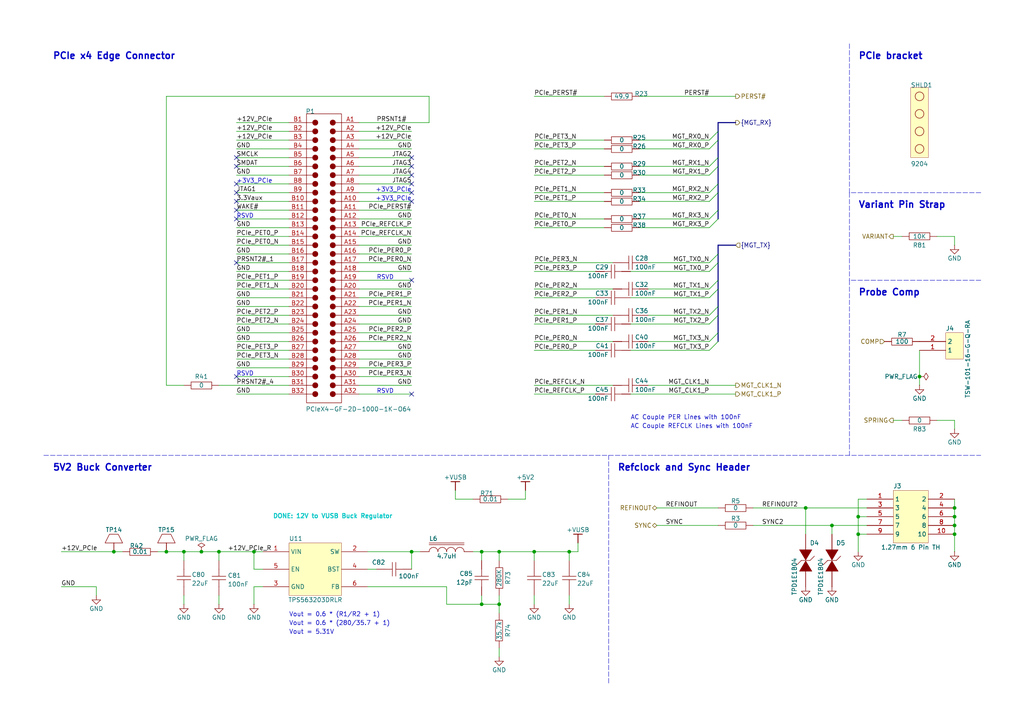
<source format=kicad_sch>
(kicad_sch (version 20250114) (generator "eeschema") (generator_version "9.0")
  (paper "A4")
  (title_block (title "ThunderScope") (rev "5") (company "EEVengers") (comment 1 "Aleksa Bjelogrlic"))
  (text "RSVD" (at 68.58 63.5 0) (effects (font (size 1.27 1.27)) (justify left bottom)))
  (text "Vout = 5.31V" (at 83.82 184.15 0) (effects (font (size 1.27 1.27)) (justify left bottom)))
  (text "RSVD" (at 109.22 114.3 0) (effects (font (size 1.27 1.27)) (justify left bottom)))
  (text "Vout = 0.6 * (R1/R2 + 1)" (at 83.82 179.07 0) (effects (font (size 1.27 1.27)) (justify left bottom)))
  (text "DONE: 12V to VUSB Buck Regulator" (at 96.52 149.86 0) (effects (font (size 1.27 1.27) (thickness 0.254) (bold yes))))
  (text "+3V3_PCIe" (at 68.58 53.34 0) (effects (font (size 1.27 1.27)) (justify left bottom)))
  (text "+3V3_PCIe" (at 119.38 58.42 0) (effects (font (size 1.27 1.27)) (justify right bottom)))
  (text "PCIe bracket" (at 248.92 15.24 0) (effects (font (size 1.905 1.905) (thickness 0.381) (bold yes)) (justify left top)))
  (text "AC Couple PER Lines with 100nF" (at 182.88 121.92 0) (effects (font (size 1.27 1.27)) (justify left bottom)))
  (text "RSVD" (at 68.58 109.22 0) (effects (font (size 1.27 1.27)) (justify left bottom)))
  (text "Variant Pin Strap" (at 248.92 58.42 0) (effects (font (size 1.905 1.905) (thickness 0.381) (bold yes)) (justify left top)))
  (text "Vout = 0.6 * (280/35.7 + 1)" (at 83.82 181.61 0) (effects (font (size 1.27 1.27)) (justify left bottom)))
  (text "Refclock and Sync Header" (at 179.07 134.62 0) (effects (font (size 1.905 1.905) (thickness 0.381) (bold yes)) (justify left top)))
  (text "PCIe x4 Edge Connector" (at 15.24 15.24 0) (effects (font (size 1.905 1.905) (thickness 0.381) (bold yes)) (justify left top)))
  (text "RSVD" (at 109.22 81.28 0) (effects (font (size 1.27 1.27)) (justify left bottom)))
  (text "5V2 Buck Converter" (at 15.24 134.62 0) (effects (font (size 1.905 1.905) (thickness 0.381) (bold yes)) (justify left top)))
  (text "AC Couple REFCLK Lines with 100nF" (at 182.88 124.46 0) (effects (font (size 1.27 1.27)) (justify left bottom)))
  (text "Probe Comp" (at 248.92 83.82 0) (effects (font (size 1.905 1.905) (thickness 0.381) (bold yes)) (justify left top)))
  (text "+3V3_PCIe" (at 119.38 55.88 0) (effects (font (size 1.27 1.27)) (justify right bottom)))
  (junction (at 139.7 160.02))
  (junction (at 144.78 175.26))
  (junction (at 233.68 147.32))
  (junction (at 48.26 160.02))
  (junction (at 276.86 149.86))
  (junction (at 33.02 160.02))
  (junction (at 139.7 175.26))
  (junction (at 144.78 160.02))
  (junction (at 276.86 154.94))
  (junction (at 73.66 160.02))
  (junction (at 276.86 147.32))
  (junction (at 276.86 152.4))
  (junction (at 241.3 152.4))
  (junction (at 266.7 109.22))
  (junction (at 165.1 160.02))
  (junction (at 248.92 154.94))
  (junction (at 63.5 160.02))
  (junction (at 154.94 160.02))
  (junction (at 53.34 160.02))
  (junction (at 58.42 160.02))
  (junction (at 119.38 160.02))
  (junction (at 248.92 149.86))
  (no_connect (at 119.38 114.3))
  (no_connect (at 68.58 48.26))
  (no_connect (at 68.58 53.34))
  (no_connect (at 119.38 45.72))
  (no_connect (at 68.58 76.2))
  (no_connect (at 68.58 58.42))
  (no_connect (at 68.58 45.72))
  (no_connect (at 119.38 58.42))
  (no_connect (at 119.38 53.34))
  (no_connect (at 68.58 60.96))
  (no_connect (at 119.38 55.88))
  (no_connect (at 68.58 55.88))
  (no_connect (at 119.38 48.26))
  (no_connect (at 68.58 63.5))
  (no_connect (at 119.38 50.8))
  (no_connect (at 119.38 81.28))
  (no_connect (at 68.58 109.22))
  (bus_entry (at 205.74 86.36) (size 2.54 -2.54))
  (bus_entry (at 205.74 78.74) (size 2.54 -2.54))
  (bus_entry (at 205.74 63.5) (size 2.54 -2.54))
  (bus_entry (at 205.74 93.98) (size 2.54 -2.54))
  (bus_entry (at 205.74 50.8) (size 2.54 -2.54))
  (bus_entry (at 205.74 43.18) (size 2.54 -2.54))
  (bus_entry (at 205.74 99.06) (size 2.54 -2.54))
  (bus_entry (at 205.74 91.44) (size 2.54 -2.54))
  (bus_entry (at 205.74 48.26) (size 2.54 -2.54))
  (bus_entry (at 205.74 76.2) (size 2.54 -2.54))
  (bus_entry (at 205.74 55.88) (size 2.54 -2.54))
  (bus_entry (at 205.74 66.04) (size 2.54 -2.54))
  (bus_entry (at 205.74 83.82) (size 2.54 -2.54))
  (bus_entry (at 205.74 58.42) (size 2.54 -2.54))
  (bus_entry (at 205.74 101.6) (size 2.54 -2.54))
  (bus_entry (at 205.74 40.64) (size 2.54 -2.54))
  (wire (pts (xy 68.58 99.06) (xy 83.82 99.06)))
  (wire (pts (xy 205.74 63.5) (xy 185.42 63.5)))
  (wire (pts (xy 248.92 160.02) (xy 248.92 154.94)))
  (wire (pts (xy 205.74 40.64) (xy 185.42 40.64)))
  (wire (pts (xy 68.58 76.2) (xy 83.82 76.2)))
  (wire (pts (xy 152.4 144.78) (xy 152.4 142.24)))
  (wire (pts (xy 68.58 66.04) (xy 83.82 66.04)))
  (bus (pts (xy 208.28 40.64) (xy 208.28 45.72)))
  (wire (pts (xy 68.58 63.5) (xy 83.82 63.5)))
  (wire (pts (xy 132.08 144.78) (xy 137.16 144.78)))
  (polyline (pts (xy 284.48 55.88) (xy 246.38 55.88)) (stroke (width 0.127) (type dash)))
  (wire (pts (xy 172.72 114.3) (xy 154.94 114.3)))
  (wire (pts (xy 205.74 50.8) (xy 185.42 50.8)))
  (wire (pts (xy 182.88 114.3) (xy 213.36 114.3)))
  (wire (pts (xy 104.14 55.88) (xy 119.38 55.88)))
  (wire (pts (xy 104.14 76.2) (xy 119.38 76.2)))
  (wire (pts (xy 205.74 78.74) (xy 182.88 78.74)))
  (wire (pts (xy 177.8 111.76) (xy 154.94 111.76)))
  (wire (pts (xy 190.5 152.4) (xy 208.28 152.4)))
  (wire (pts (xy 68.58 50.8) (xy 83.82 50.8)))
  (wire (pts (xy 175.26 63.5) (xy 154.94 63.5)))
  (wire (pts (xy 53.34 160.02) (xy 58.42 160.02)))
  (wire (pts (xy 175.26 50.8) (xy 154.94 50.8)))
  (wire (pts (xy 104.14 96.52) (xy 119.38 96.52)))
  (polyline (pts (xy 284.48 81.28) (xy 246.38 81.28)) (stroke (width 0.127) (type dash)))
  (wire (pts (xy 205.74 48.26) (xy 185.42 48.26)))
  (wire (pts (xy 104.14 91.44) (xy 119.38 91.44)))
  (wire (pts (xy 68.58 93.98) (xy 83.82 93.98)))
  (wire (pts (xy 27.94 172.72) (xy 27.94 170.18)))
  (wire (pts (xy 165.1 172.72) (xy 165.1 175.26)))
  (wire (pts (xy 104.14 68.58) (xy 119.38 68.58)))
  (bus (pts (xy 208.28 53.34) (xy 208.28 55.88)))
  (wire (pts (xy 205.74 43.18) (xy 185.42 43.18)))
  (wire (pts (xy 205.74 99.06) (xy 187.96 99.06)))
  (wire (pts (xy 17.78 160.02) (xy 33.02 160.02)))
  (wire (pts (xy 129.54 170.18) (xy 129.54 175.26)))
  (wire (pts (xy 241.3 152.4) (xy 241.3 154.94)))
  (wire (pts (xy 276.86 152.4) (xy 276.86 154.94)))
  (wire (pts (xy 68.58 43.18) (xy 83.82 43.18)))
  (wire (pts (xy 104.14 104.14) (xy 119.38 104.14)))
  (wire (pts (xy 106.68 160.02) (xy 119.38 160.02)))
  (wire (pts (xy 139.7 172.72) (xy 139.7 175.26)))
  (wire (pts (xy 139.7 160.02) (xy 144.78 160.02)))
  (wire (pts (xy 68.58 35.56) (xy 83.82 35.56)))
  (bus (pts (xy 208.28 48.26) (xy 208.28 53.34)))
  (wire (pts (xy 27.94 170.18) (xy 17.78 170.18)))
  (wire (pts (xy 73.66 160.02) (xy 76.2 160.02)))
  (wire (pts (xy 104.14 101.6) (xy 119.38 101.6)))
  (wire (pts (xy 104.14 114.3) (xy 119.38 114.3)))
  (wire (pts (xy 248.92 149.86) (xy 248.92 154.94)))
  (wire (pts (xy 73.66 160.02) (xy 73.66 165.1)))
  (wire (pts (xy 154.94 83.82) (xy 177.8 83.82)))
  (wire (pts (xy 139.7 160.02) (xy 139.7 162.56)))
  (wire (pts (xy 154.94 76.2) (xy 177.8 76.2)))
  (bus (pts (xy 208.28 38.1) (xy 208.28 40.64)))
  (wire (pts (xy 73.66 170.18) (xy 73.66 175.26)))
  (wire (pts (xy 175.26 48.26) (xy 154.94 48.26)))
  (wire (pts (xy 205.74 76.2) (xy 187.96 76.2)))
  (bus (pts (xy 208.28 71.12) (xy 213.36 71.12)))
  (wire (pts (xy 276.86 147.32) (xy 276.86 149.86)))
  (wire (pts (xy 104.14 40.64) (xy 119.38 40.64)))
  (wire (pts (xy 106.68 170.18) (xy 129.54 170.18)))
  (wire (pts (xy 248.92 144.78) (xy 248.92 149.86)))
  (wire (pts (xy 205.74 91.44) (xy 187.96 91.44)))
  (wire (pts (xy 58.42 160.02) (xy 63.5 160.02)))
  (wire (pts (xy 154.94 160.02) (xy 165.1 160.02)))
  (wire (pts (xy 104.14 93.98) (xy 119.38 93.98)))
  (wire (pts (xy 48.26 160.02) (xy 53.34 160.02)))
  (wire (pts (xy 104.14 43.18) (xy 119.38 43.18)))
  (wire (pts (xy 63.5 160.02) (xy 73.66 160.02)))
  (polyline (pts (xy 176.53 198.12) (xy 176.53 132.08)) (stroke (width 0.127) (type dash)))
  (wire (pts (xy 175.26 58.42) (xy 154.94 58.42)))
  (wire (pts (xy 154.94 99.06) (xy 177.8 99.06)))
  (wire (pts (xy 175.26 66.04) (xy 154.94 66.04)))
  (wire (pts (xy 68.58 71.12) (xy 83.82 71.12)))
  (wire (pts (xy 154.94 91.44) (xy 177.8 91.44)))
  (wire (pts (xy 104.14 109.22) (xy 119.38 109.22)))
  (wire (pts (xy 76.2 170.18) (xy 73.66 170.18)))
  (wire (pts (xy 266.7 101.6) (xy 266.7 109.22)))
  (wire (pts (xy 144.78 175.26) (xy 144.78 177.8)))
  (wire (pts (xy 165.1 160.02) (xy 167.64 160.02)))
  (wire (pts (xy 205.74 55.88) (xy 185.42 55.88)))
  (wire (pts (xy 33.02 160.02) (xy 35.56 160.02)))
  (wire (pts (xy 68.58 60.96) (xy 83.82 60.96)))
  (wire (pts (xy 144.78 187.96) (xy 144.78 190.5)))
  (wire (pts (xy 154.94 160.02) (xy 154.94 162.56)))
  (wire (pts (xy 137.16 160.02) (xy 139.7 160.02)))
  (wire (pts (xy 48.26 111.76) (xy 48.26 27.94)))
  (wire (pts (xy 68.58 86.36) (xy 83.82 86.36)))
  (wire (pts (xy 205.74 83.82) (xy 187.96 83.82)))
  (wire (pts (xy 104.14 66.04) (xy 119.38 66.04)))
  (wire (pts (xy 132.08 142.24) (xy 132.08 144.78)))
  (wire (pts (xy 104.14 48.26) (xy 119.38 48.26)))
  (wire (pts (xy 129.54 175.26) (xy 139.7 175.26)))
  (wire (pts (xy 68.58 73.66) (xy 83.82 73.66)))
  (bus (pts (xy 208.28 35.56) (xy 213.36 35.56)))
  (wire (pts (xy 68.58 106.68) (xy 83.82 106.68)))
  (wire (pts (xy 104.14 50.8) (xy 119.38 50.8)))
  (wire (pts (xy 68.58 109.22) (xy 83.82 109.22)))
  (wire (pts (xy 248.92 154.94) (xy 251.46 154.94)))
  (wire (pts (xy 205.74 66.04) (xy 185.42 66.04)))
  (wire (pts (xy 124.46 35.56) (xy 104.14 35.56)))
  (wire (pts (xy 233.68 147.32) (xy 251.46 147.32)))
  (wire (pts (xy 119.38 160.02) (xy 119.38 165.1)))
  (wire (pts (xy 68.58 48.26) (xy 83.82 48.26)))
  (wire (pts (xy 104.14 45.72) (xy 119.38 45.72)))
  (wire (pts (xy 251.46 149.86) (xy 248.92 149.86)))
  (wire (pts (xy 205.74 93.98) (xy 182.88 93.98)))
  (wire (pts (xy 104.14 58.42) (xy 119.38 58.42)))
  (wire (pts (xy 259.08 68.58) (xy 261.62 68.58)))
  (wire (pts (xy 104.14 63.5) (xy 119.38 63.5)))
  (wire (pts (xy 205.74 86.36) (xy 182.88 86.36)))
  (wire (pts (xy 63.5 160.02) (xy 63.5 162.56)))
  (wire (pts (xy 205.74 58.42) (xy 185.42 58.42)))
  (wire (pts (xy 205.74 101.6) (xy 182.88 101.6)))
  (wire (pts (xy 271.78 121.92) (xy 276.86 121.92)))
  (wire (pts (xy 45.72 160.02) (xy 48.26 160.02)))
  (wire (pts (xy 259.08 121.92) (xy 261.62 121.92)))
  (wire (pts (xy 119.38 160.02) (xy 121.92 160.02)))
  (wire (pts (xy 68.58 58.42) (xy 83.82 58.42)))
  (wire (pts (xy 104.14 106.68) (xy 119.38 106.68)))
  (wire (pts (xy 68.58 96.52) (xy 83.82 96.52)))
  (wire (pts (xy 53.34 111.76) (xy 48.26 111.76)))
  (wire (pts (xy 154.94 93.98) (xy 172.72 93.98)))
  (wire (pts (xy 144.78 160.02) (xy 154.94 160.02)))
  (wire (pts (xy 104.14 111.76) (xy 119.38 111.76)))
  (wire (pts (xy 154.94 86.36) (xy 172.72 86.36)))
  (wire (pts (xy 104.14 81.28) (xy 119.38 81.28)))
  (bus (pts (xy 208.28 45.72) (xy 208.28 48.26)))
  (wire (pts (xy 68.58 53.34) (xy 83.82 53.34)))
  (wire (pts (xy 106.68 165.1) (xy 109.22 165.1)))
  (wire (pts (xy 218.44 147.32) (xy 233.68 147.32)))
  (wire (pts (xy 76.2 165.1) (xy 73.66 165.1)))
  (wire (pts (xy 218.44 152.4) (xy 241.3 152.4)))
  (wire (pts (xy 276.86 144.78) (xy 276.86 147.32)))
  (wire (pts (xy 68.58 83.82) (xy 83.82 83.82)))
  (wire (pts (xy 104.14 83.82) (xy 119.38 83.82)))
  (wire (pts (xy 68.58 101.6) (xy 83.82 101.6)))
  (wire (pts (xy 104.14 86.36) (xy 119.38 86.36)))
  (wire (pts (xy 53.34 160.02) (xy 53.34 162.56)))
  (bus (pts (xy 208.28 76.2) (xy 208.28 81.28)))
  (wire (pts (xy 104.14 88.9) (xy 119.38 88.9)))
  (wire (pts (xy 175.26 43.18) (xy 154.94 43.18)))
  (wire (pts (xy 276.86 154.94) (xy 276.86 160.02)))
  (wire (pts (xy 251.46 144.78) (xy 248.92 144.78)))
  (wire (pts (xy 154.94 101.6) (xy 172.72 101.6)))
  (bus (pts (xy 208.28 55.88) (xy 208.28 60.96)))
  (wire (pts (xy 63.5 172.72) (xy 63.5 175.26)))
  (wire (pts (xy 276.86 149.86) (xy 276.86 152.4)))
  (wire (pts (xy 104.14 73.66) (xy 119.38 73.66)))
  (wire (pts (xy 165.1 160.02) (xy 165.1 162.56)))
  (wire (pts (xy 68.58 78.74) (xy 83.82 78.74)))
  (wire (pts (xy 104.14 53.34) (xy 119.38 53.34)))
  (wire (pts (xy 175.26 55.88) (xy 154.94 55.88)))
  (bus (pts (xy 208.28 91.44) (xy 208.28 96.52)))
  (wire (pts (xy 68.58 45.72) (xy 83.82 45.72)))
  (bus (pts (xy 208.28 35.56) (xy 208.28 38.1)))
  (wire (pts (xy 175.26 40.64) (xy 154.94 40.64)))
  (wire (pts (xy 68.58 40.64) (xy 83.82 40.64)))
  (wire (pts (xy 213.36 27.94) (xy 185.42 27.94)))
  (wire (pts (xy 124.46 27.94) (xy 124.46 35.56)))
  (bus (pts (xy 208.28 60.96) (xy 208.28 63.5)))
  (wire (pts (xy 139.7 175.26) (xy 144.78 175.26)))
  (wire (pts (xy 68.58 114.3) (xy 83.82 114.3)))
  (wire (pts (xy 144.78 172.72) (xy 144.78 175.26)))
  (wire (pts (xy 144.78 160.02) (xy 144.78 162.56)))
  (polyline (pts (xy 246.38 81.28) (xy 246.38 132.08)) (stroke (width 0.127) (type dash)))
  (wire (pts (xy 233.68 154.94) (xy 233.68 147.32)))
  (wire (pts (xy 147.32 144.78) (xy 152.4 144.78)))
  (bus (pts (xy 208.28 88.9) (xy 208.28 91.44)))
  (bus (pts (xy 208.28 71.12) (xy 208.28 73.66)))
  (wire (pts (xy 68.58 81.28) (xy 83.82 81.28)))
  (wire (pts (xy 104.14 78.74) (xy 119.38 78.74)))
  (wire (pts (xy 167.64 157.48) (xy 167.64 160.02)))
  (wire (pts (xy 48.26 27.94) (xy 124.46 27.94)))
  (polyline (pts (xy 12.7 132.08) (xy 284.48 132.08)) (stroke (width 0.127) (type dash)))
  (wire (pts (xy 175.26 27.94) (xy 154.94 27.94)))
  (wire (pts (xy 63.5 111.76) (xy 83.82 111.76)))
  (wire (pts (xy 154.94 172.72) (xy 154.94 175.26)))
  (wire (pts (xy 104.14 99.06) (xy 119.38 99.06)))
  (wire (pts (xy 104.14 60.96) (xy 119.38 60.96)))
  (wire (pts (xy 68.58 55.88) (xy 83.82 55.88)))
  (wire (pts (xy 271.78 68.58) (xy 276.86 68.58)))
  (wire (pts (xy 266.7 111.76) (xy 266.7 109.22)))
  (bus (pts (xy 208.28 96.52) (xy 208.28 99.06)))
  (wire (pts (xy 68.58 38.1) (xy 83.82 38.1)))
  (wire (pts (xy 68.58 88.9) (xy 83.82 88.9)))
  (bus (pts (xy 208.28 81.28) (xy 208.28 83.82)))
  (wire (pts (xy 68.58 104.14) (xy 83.82 104.14)))
  (polyline (pts (xy 246.38 12.7) (xy 246.38 55.88)) (stroke (width 0.127) (type dash)))
  (wire (pts (xy 104.14 71.12) (xy 119.38 71.12)))
  (wire (pts (xy 187.96 111.76) (xy 213.36 111.76)))
  (wire (pts (xy 53.34 172.72) (xy 53.34 175.26)))
  (bus (pts (xy 208.28 83.82) (xy 208.28 88.9)))
  (wire (pts (xy 241.3 152.4) (xy 251.46 152.4)))
  (bus (pts (xy 208.28 73.66) (xy 208.28 76.2)))
  (wire (pts (xy 190.5 147.32) (xy 208.28 147.32)))
  (polyline (pts (xy 246.38 55.88) (xy 246.38 81.28)) (stroke (width 0.127) (type dash)))
  (wire (pts (xy 104.14 38.1) (xy 119.38 38.1)))
  (wire (pts (xy 154.94 78.74) (xy 172.72 78.74)))
  (wire (pts (xy 68.58 68.58) (xy 83.82 68.58)))
  (wire (pts (xy 68.58 91.44) (xy 83.82 91.44)))
  (wire (pts (xy 276.86 121.92) (xy 276.86 124.46)))
  (wire (pts (xy 276.86 68.58) (xy 276.86 71.12)))
  (label "GND" (at 68.58 96.52 0))
  (label "GND" (at 68.58 99.06 0))
  (label "MGT_TX1_N" (at 205.74 83.82 180))
  (label "3.3Vaux" (at 68.58 58.42 0))
  (label "PCIe_PET3_P" (at 68.58 101.6 0))
  (label "PCIe_PER3_N" (at 119.38 109.22 180))
  (label "REFINOUT" (at 193.04 147.32 0))
  (label "+12V_PCIe" (at 17.78 160.02 0))
  (label "PRSNT2#_1" (at 68.58 76.2 0))
  (label "MGT_RX1_P" (at 205.74 50.8 180))
  (label "GND" (at 119.38 104.14 180))
  (label "WAKE#" (at 68.58 60.96 0))
  (label "REFINOUT2" (at 220.98 147.32 0))
  (label "SYNC2" (at 220.98 152.4 0))
  (label "GND" (at 119.38 71.12 180))
  (label "MGT_TX3_P" (at 205.74 101.6 180))
  (label "GND" (at 119.38 101.6 180))
  (label "PCIe_PET2_P" (at 154.94 50.8 0))
  (label "GND" (at 68.58 86.36 0))
  (label "PCIe_PER2_P" (at 154.94 86.36 0))
  (label "MGT_RX0_P" (at 205.74 43.18 180))
  (label "PCIe_PET3_P" (at 154.94 43.18 0))
  (label "MGT_TX0_N" (at 205.74 76.2 180))
  (label "GND" (at 68.58 78.74 0))
  (label "PCIe_PET0_N" (at 68.58 71.12 0))
  (label "GND" (at 68.58 73.66 0))
  (label "+12V_PCIe" (at 119.38 40.64 180))
  (label "PCIe_PER2_N" (at 154.94 83.82 0))
  (label "PCIe_PET1_P" (at 154.94 58.42 0))
  (label "MGT_CLK1_N" (at 205.74 111.76 180))
  (label "MGT_TX2_P" (at 205.74 93.98 180))
  (label "GND" (at 68.58 66.04 0))
  (label "PCIe_PER3_P" (at 154.94 78.74 0))
  (label "GND" (at 68.58 50.8 0))
  (label "MGT_RX1_N" (at 205.74 48.26 180))
  (label "SMDAT" (at 68.58 48.26 0))
  (label "PCIe_PER2_P" (at 119.38 96.52 180))
  (label "MGT_TX2_N" (at 205.74 91.44 180))
  (label "GND" (at 17.78 170.18 0))
  (label "PCIe_PET2_N" (at 68.58 93.98 0))
  (label "PCIe_PET0_P" (at 154.94 66.04 0))
  (label "GND" (at 119.38 78.74 180))
  (label "PCIe_PER1_N" (at 154.94 91.44 0))
  (label "MGT_RX3_N" (at 205.74 63.5 180))
  (label "PCIe_PER1_P" (at 154.94 93.98 0))
  (label "GND" (at 68.58 43.18 0))
  (label "MGT_RX0_N" (at 205.74 40.64 180))
  (label "PCIe_PER0_P" (at 119.38 73.66 180))
  (label "PCIe_PET0_N" (at 154.94 63.5 0))
  (label "MGT_CLK1_P" (at 205.74 114.3 180))
  (label "PCIe_PER1_N" (at 119.38 88.9 180))
  (label "+12V_PCIe" (at 68.58 35.56 0))
  (label "PCIe_PER2_N" (at 119.38 99.06 180))
  (label "PCIe_PER0_N" (at 154.94 99.06 0))
  (label "PCIe_PET0_P" (at 68.58 68.58 0))
  (label "PCIe_PET3_N" (at 154.94 40.64 0))
  (label "GND" (at 119.38 93.98 180))
  (label "PCIe_REFCLK_N" (at 154.94 111.76 0))
  (label "PCIe_PER0_N" (at 119.38 76.2 180))
  (label "PCIe_PET1_N" (at 68.58 83.82 0))
  (label "GND" (at 119.38 83.82 180))
  (label "PCIe_PERST#" (at 154.94 27.94 0))
  (label "PCIe_PET3_N" (at 68.58 104.14 0))
  (label "JTAG3" (at 119.38 48.26 180))
  (label "SYNC" (at 193.04 152.4 0))
  (label "MGT_TX1_P" (at 205.74 86.36 180))
  (label "JTAG5" (at 119.38 53.34 180))
  (label "PCIe_PET2_N" (at 154.94 48.26 0))
  (label "+12V_PCIe" (at 68.58 38.1 0))
  (label "PCIe_PET2_P" (at 68.58 91.44 0))
  (label "SMCLK" (at 68.58 45.72 0))
  (label "GND" (at 119.38 63.5 180))
  (label "PCIe_PET1_N" (at 154.94 55.88 0))
  (label "PCIe_PER1_P" (at 119.38 86.36 180))
  (label "PCIe_REFCLK_N" (at 119.38 68.58 180))
  (label "MGT_RX3_P" (at 205.74 66.04 180))
  (label "+12V_PCIe" (at 119.38 38.1 180))
  (label "GND" (at 68.58 106.68 0))
  (label "+12V_PCIe_R" (at 66.04 160.02 0))
  (label "PCIe_REFCLK_P" (at 154.94 114.3 0))
  (label "JTAG4" (at 119.38 50.8 180))
  (label "PCIe_PER3_N" (at 154.94 76.2 0))
  (label "PERST#" (at 205.74 27.94 180))
  (label "GND" (at 119.38 111.76 180))
  (label "JTAG2" (at 119.38 45.72 180))
  (label "PRSNT1#" (at 109.22 35.56 0))
  (label "PCIe_PERST#" (at 119.38 60.96 180))
  (label "PCIe_PET1_P" (at 68.58 81.28 0))
  (label "GND" (at 119.38 91.44 180))
  (label "PCIe_PER3_P" (at 119.38 106.68 180))
  (label "+12V_PCIe" (at 68.58 40.64 0))
  (label "JTAG1" (at 68.58 55.88 0))
  (label "GND" (at 68.58 114.3 0))
  (label "MGT_TX0_P" (at 205.74 78.74 180))
  (label "PCIe_PER0_P" (at 154.94 101.6 0))
  (label "PCIe_REFCLK_P" (at 119.38 66.04 180))
  (label "MGT_RX2_P" (at 205.74 58.42 180))
  (label "GND" (at 119.38 43.18 180))
  (label "MGT_RX2_N" (at 205.74 55.88 180))
  (label "GND" (at 68.58 88.9 0))
  (label "MGT_TX3_N" (at 205.74 99.06 180))
  (label "PRSNT2#_4" (at 68.58 111.76 0))
  (hierarchical_label "SPRING" (shape output) (at 259.08 121.92 180))
  (hierarchical_label "VARIANT" (shape output) (at 259.08 68.58 180))
  (hierarchical_label "COMP" (shape input) (at 256.54 99.06 180))
  (hierarchical_label "MGT_CLK1_P" (shape output) (at 213.36 114.3 0))
  (hierarchical_label "REFINOUT" (shape bidirectional) (at 190.5 147.32 180))
  (hierarchical_label "SYNC" (shape bidirectional) (at 190.5 152.4 180))
  (hierarchical_label "{MGT_RX}" (shape output) (at 213.36 35.56 0))
  (hierarchical_label "PERST#" (shape output) (at 213.36 27.94 0))
  (hierarchical_label "MGT_CLK1_N" (shape output) (at 213.36 111.76 0))
  (hierarchical_label "{MGT_TX}" (shape input) (at 213.36 71.12 0))
  (symbol (lib_id "Thunderscope_Rev5:RES 0 OHM 1/16W 0402") (at 213.36 147.32 0) (unit 1)
    (property "Reference" "R5" (at 213.36 146.05 0) (effects (justify bottom)))
    (property "Value" "0" (at 213.36 147.32 0))
    (property "Footprint" "Thunderscope_Rev5:GEN_R_0402" (effects (hide yes)))
    (property "PACKAGE" "0402" (effects (hide yes)))
    (property "SUPPLIER 1" "Mouser" (effects (hide yes)))
    (property "SUPPLIER PART NUMBER 1" "603-RC0402JR-070RL" (effects (hide yes)))
    (property "MANUFACTURER" "Yageo" (effects (hide yes)))
    (property "MANUFACTURER PART NUMBER" "RC0402JR-070RL" (effects (hide yes)))
  )
  (symbol (lib_id "Thunderscope_Rev5:RES 0 OHM 1/16W 0402") (at 180.34 66.04 0) (mirror y) (unit 1)
    (property "Reference" "R38" (at 185.42 66.04 0) (effects (justify bottom)))
    (property "Value" "0" (at 180.34 66.04 0))
    (property "Footprint" "Thunderscope_Rev5:GEN_R_0402" (effects (hide yes)))
    (property "PACKAGE" "0402" (effects (hide yes)))
    (property "SUPPLIER 1" "Mouser" (effects (hide yes)))
    (property "SUPPLIER PART NUMBER 1" "603-RC0402JR-070RL" (effects (hide yes)))
    (property "MANUFACTURER" "Yageo" (effects (hide yes)))
    (property "MANUFACTURER PART NUMBER" "RC0402JR-070RL" (effects (hide yes)))
  )
  (symbol (lib_id "Thunderscope_Rev5:RES 0 OHM 1/16W 0402") (at 180.34 63.5 0) (mirror y) (unit 1)
    (property "Reference" "R37" (at 185.42 63.5 0) (effects (justify bottom)))
    (property "Value" "0" (at 180.34 63.5 0))
    (property "Footprint" "Thunderscope_Rev5:GEN_R_0402" (effects (hide yes)))
    (property "PACKAGE" "0402" (effects (hide yes)))
    (property "SUPPLIER 1" "Mouser" (effects (hide yes)))
    (property "SUPPLIER PART NUMBER 1" "603-RC0402JR-070RL" (effects (hide yes)))
    (property "MANUFACTURER" "Yageo" (effects (hide yes)))
    (property "MANUFACTURER PART NUMBER" "RC0402JR-070RL" (effects (hide yes)))
  )
  (symbol (lib_id "Thunderscope_Rev5:IND 4.7uH 4.5A 26 MOHM 6x6mm") (at 129.54 160.02 0) (unit 1)
    (property "Reference" "L6" (at 124.46 156.21 0) (effects (justify left)))
    (property "Value" "4.7uH" (at 129.54 161.29 0))
    (property "Footprint" "Thunderscope_Rev5:IND_SRN6045TA-100M" (effects (hide yes)))
    (property "SUPPLIER 1" "Mouser" (effects (hide yes)))
    (property "SUPPLIER PART NUMBER 1" "652-SRN6045TA-4R7M" (effects (hide yes)))
    (property "HOUSE PART NUMBER" "SRN6045TA-4R7M" (effects (hide yes)))
    (property "MANUFACTURER" "Bourns" (effects (hide yes)))
    (property "MANUFACTURER PART NUMBER" "SRN6045TA-4R7M" (effects (hide yes)))
  )
  (symbol (lib_id "Thunderscope_Rev5:CAP 100nF 16V X7R 0402") (at 182.88 83.82 270) (mirror x) (unit 1)
    (property "Reference" "C32" (at 184.15 82.55 90) (effects (justify left)))
    (property "Value" "100nF" (at 184.15 85.09 90) (effects (justify left)))
    (property "Footprint" "Thunderscope_Rev5:GEN_C_0402" (effects (hide yes)))
    (property "PACKAGE" "0402" (effects (hide yes)))
    (property "VOLTAGE RATING" "16V" (effects (hide yes)))
    (property "SUPPLIER 1" "Mouser" (effects (hide yes)))
    (property "SUPPLIER PART NUMBER 1" "81-GCM155R71C104KA5D" (effects (hide yes)))
    (property "HOUSE PART NUMBER" "C-100nF-0402-002" (effects (hide yes)))
    (property "MANUFACTURER" "Murata" (effects (hide yes)))
    (property "MANUFACTURER PART NUMBER" "GCM155R71C104KA55D" (effects (hide yes)))
  )
  (symbol (lib_id "Thunderscope_Rev5:RES 49.9 OHM 1% 1/10W 0402") (at 180.34 27.94 0) (mirror y) (unit 1)
    (property "Reference" "R23" (at 187.96 27.94 0) (effects (justify left bottom)))
    (property "Value" "49.9" (at 180.34 27.94 0))
    (property "Footprint" "Thunderscope_Rev5:GEN_R_0402" (effects (hide yes)))
    (property "TOLERANCE" "1%" (effects (hide yes)))
    (property "PACKAGE" "0402" (effects (hide yes)))
    (property "SUPPLIER 1" "Mouser" (effects (hide yes)))
    (property "SUPPLIER PART NUMBER 1" "603-RC0402FR-0749R9L" (effects (hide yes)))
    (property "MANUFACTURER" "Yageo" (effects (hide yes)))
    (property "MANUFACTURER PART NUMBER" "RC0402FR-0749R9L" (effects (hide yes)))
  )
  (symbol (lib_id "Thunderscope_Rev5:RES 0 OHM 1/16W 0402") (at 213.36 152.4 0) (unit 1)
    (property "Reference" "R3" (at 213.36 151.13 0) (effects (justify bottom)))
    (property "Value" "0" (at 213.36 152.4 0))
    (property "Footprint" "Thunderscope_Rev5:GEN_R_0402" (effects (hide yes)))
    (property "PACKAGE" "0402" (effects (hide yes)))
    (property "SUPPLIER 1" "Mouser" (effects (hide yes)))
    (property "SUPPLIER PART NUMBER 1" "603-RC0402JR-070RL" (effects (hide yes)))
    (property "MANUFACTURER" "Yageo" (effects (hide yes)))
    (property "MANUFACTURER PART NUMBER" "RC0402JR-070RL" (effects (hide yes)))
  )
  (symbol (lib_id "Thunderscope_Rev5:GND") (at 73.66 175.26 0) (unit 1)
    (property "Reference" "#PWR0317" (effects (hide yes)))
    (property "Value" "GND" (at 73.66 179.07 0))
    (property "Description" "Power symbol creates a global label with name \"GND\" , ground" (effects (hide yes)))
  )
  (symbol (lib_id "Thunderscope_Rev5:CAP 100nF 16V X7R 0402") (at 114.3 165.1 270) (mirror x) (unit 1)
    (property "Reference" "C82" (at 111.76 163.83 90) (effects (justify right top)))
    (property "Value" "100nF" (at 115.57 166.37 90) (effects (justify left bottom)))
    (property "Footprint" "Thunderscope_Rev5:GEN_C_0402" (effects (hide yes)))
    (property "PACKAGE" "0402" (effects (hide yes)))
    (property "VOLTAGE RATING" "16V" (effects (hide yes)))
    (property "SUPPLIER 1" "Mouser" (effects (hide yes)))
    (property "SUPPLIER PART NUMBER 1" "81-GCM155R71C104KA5D" (effects (hide yes)))
    (property "HOUSE PART NUMBER" "C-100nF-0402-002" (effects (hide yes)))
    (property "MANUFACTURER" "Murata" (effects (hide yes)))
    (property "MANUFACTURER PART NUMBER" "GCM155R71C104KA55D" (effects (hide yes)))
  )
  (symbol (lib_id "Thunderscope_Rev5:CAP 12pF 50V C0G 0402") (at 139.7 167.64 0) (unit 1)
    (property "Reference" "C85" (at 137.16 166.37 0) (effects (justify right)))
    (property "Value" "12pF" (at 137.16 168.91 0) (effects (justify right)))
    (property "Footprint" "Thunderscope_Rev5:GEN_C_0402" (effects (hide yes)))
    (property "PACKAGE" "0402" (effects (hide yes)))
    (property "SUPPLIER 1" "Mouser" (effects (hide yes)))
    (property "SUPPLIER PART NUMBER 1" "80-CBR04C120F5G" (effects (hide yes)))
    (property "VOLTAGE RATING" "50V" (effects (hide yes)))
    (property "TEMPERATURE COEFFICIENT" "C0G" (effects (hide yes)))
    (property "MANUFACTURER" "KEMET" (effects (hide yes)))
    (property "MANUFACTURER PART NUMBER" "CBR04C120F5GAC" (effects (hide yes)))
  )
  (symbol (lib_id "Thunderscope_Rev5:RES 0.01 OHM 1% 1/4W 0603") (at 40.64 160.02 0) (unit 1)
    (property "Reference" "R42" (at 37.64 159.044 0) (effects (justify left bottom)))
    (property "Value" "0.01" (at 40.64 160.02 0))
    (property "Footprint" "Thunderscope_Rev5:GEN_R_0603" (effects (hide yes)))
    (property "TOLERANCE" "1%" (effects (hide yes)))
    (property "SUPPLIER 1" "Mouser" (effects (hide yes)))
    (property "SUPPLIER PART NUMBER 1" "754-RL0816T-R010-F" (effects (hide yes)))
    (property "PACKAGE" "0603" (effects (hide yes)))
    (property "HOUSE PART NUMBER" "R-0.01-0603-1%-001" (effects (hide yes)))
    (property "MANUFACTURER" "Susumu" (effects (hide yes)))
    (property "MANUFACTURER PART NUMBER" "RL0816T-R010-F" (effects (hide yes)))
  )
  (symbol (lib_id "Thunderscope_Rev5:+VUSB") (at 132.08 142.24 180) (unit 1)
    (property "Reference" "#PWR0329" (effects (hide yes)))
    (property "Value" "+VUSB" (at 132.08 138.43 0))
    (property "Description" "Power symbol creates a global label with name '+VUSB'" (effects (hide yes)))
  )
  (symbol (lib_id "Thunderscope_Rev5:GND") (at 27.94 172.72 0) (unit 1)
    (property "Reference" "#PWR?" (effects (hide yes)))
    (property "Value" "GND" (at 27.94 176.53 0))
    (property "Description" "Power symbol creates a global label with name \"GND\" , ground" (effects (hide yes)))
  )
  (symbol (lib_id "Thunderscope_Rev5:RES 10K OHM 1% 1/10W 0402") (at 266.7 68.58 0) (unit 1)
    (property "Reference" "R81" (at 266.7 71.12 0))
    (property "Value" "10K" (at 266.7 68.58 0))
    (property "Footprint" "Thunderscope_Rev5:GEN_R_0402" (effects (hide yes)))
    (property "TOLERANCE" "1%" (effects (hide yes)))
    (property "PACKAGE" "0402" (effects (hide yes)))
    (property "SUPPLIER 1" "Mouser" (effects (hide yes)))
    (property "SUPPLIER PART NUMBER 1" "667-ERJ-2RKF1002X" (effects (hide yes)))
    (property "MANUFACTURER" "Panasonic" (effects (hide yes)))
    (property "MANUFACTURER PART NUMBER" "ERJ-2RKF1002X" (effects (hide yes)))
  )
  (symbol (lib_id "Thunderscope_Rev5:RES 35.7K OHM 1% 1/16W 0402") (at 144.78 182.88 270) (unit 1)
    (property "Reference" "R74" (at 147.32 182.88 0))
    (property "Value" "35.7k" (at 144.78 182.88 0))
    (property "Footprint" "Thunderscope_Rev5:GEN_R_0402" (effects (hide yes)))
    (property "TOLERANCE" "1%" (effects (hide yes)))
    (property "PACKAGE" "0402" (effects (hide yes)))
    (property "SUPPLIER 1" "Mouser" (effects (hide yes)))
    (property "SUPPLIER PART NUMBER 1" "603-RC0402FR-0735K7L" (effects (hide yes)))
    (property "MANUFACTURER" "Yageo" (effects (hide yes)))
    (property "MANUFACTURER PART NUMBER" "RC0402FR-0735K7L" (effects (hide yes)))
  )
  (symbol (lib_id "Thunderscope_Rev5:RES 0.01 OHM 1% 1/4W 0603") (at 142.24 144.78 0) (unit 1)
    (property "Reference" "R71" (at 139.24 143.804 0) (effects (justify left bottom)))
    (property "Value" "0.01" (at 142.24 144.78 0))
    (property "Footprint" "Thunderscope_Rev5:GEN_R_0603" (effects (hide yes)))
    (property "TOLERANCE" "1%" (effects (hide yes)))
    (property "SUPPLIER 1" "Mouser" (effects (hide yes)))
    (property "SUPPLIER PART NUMBER 1" "754-RL0816T-R010-F" (effects (hide yes)))
    (property "PACKAGE" "0603" (effects (hide yes)))
    (property "HOUSE PART NUMBER" "R-0.01-0603-1%-001" (effects (hide yes)))
    (property "MANUFACTURER" "Susumu" (effects (hide yes)))
    (property "MANUFACTURER PART NUMBER" "RL0816T-R010-F" (effects (hide yes)))
  )
  (symbol (lib_id "Thunderscope_Rev5:TVS TPD1E1B04") (at 241.3 162.56 0) (unit 1)
    (property "Reference" "D5" (at 243.84 157.48 0))
    (property "Value" "TPD1E1B04" (at 238.76 172.72 90) (effects (justify left bottom)))
    (property "Footprint" "Thunderscope_Rev5:TI_X1SON_DPY0002A" (effects (hide yes)))
    (property "SUPPLIER 1" "Texas Instruments" (effects (hide yes)))
    (property "SUPPLIER PART NUMBER 1" "TPD1E1B04DPYR" (effects (hide yes)))
    (property "MANUFACTURER" "Texas Instruments" (effects (hide yes)))
    (property "MANUFACTURER PART NUMBER" "TPD1E1B04DPYR" (effects (hide yes)))
  )
  (symbol (lib_id "Thunderscope_Rev5:PCIeX4-GF-2D-1000-1K-O64") (at 99.06 33.02 0) (unit 1) (in_bom no)
    (property "Reference" "P1" (at 88.646 33.02 0) (effects (justify left bottom)))
    (property "Value" "PCIeX4-GF-2D-1000-1K-O64" (at 88.646 119.38 0) (effects (justify left bottom)))
    (property "Footprint" "Thunderscope_Rev5:PCIeX4-GF-2D-1000-1K-O64" (effects (hide yes)))
    (property "Description" "Golden finger, PCIeX4, Dual, Opposite, Pitch 1mm, 64-Position" (effects (hide yes)))
    (property "DATASHEET VERSION" "rev2.0, Apr-2007" (effects (hide yes)))
    (property "MATING CONNECTOR" "Molex-87715-9106" (effects (hide yes)))
    (property "PACKAGE REFERENCE" "PCIeX4-GF-2D-1000-1K-O64" (effects (hide yes)))
    (property "CLASSNAME" "Edge Connector" (effects (hide yes)))
    (property "PUBLISHER" "Altium" (effects (hide yes)))
    (property "COMPONENT KIND" "Standard (No BOM)" (effects (hide yes)))
  )
  (symbol (lib_id "Thunderscope_Rev5:RES 0 OHM 1/16W 0402") (at 180.34 55.88 0) (mirror y) (unit 1)
    (property "Reference" "R33" (at 185.42 55.88 0) (effects (justify bottom)))
    (property "Value" "0" (at 180.34 55.88 0))
    (property "Footprint" "Thunderscope_Rev5:GEN_R_0402" (effects (hide yes)))
    (property "PACKAGE" "0402" (effects (hide yes)))
    (property "SUPPLIER 1" "Mouser" (effects (hide yes)))
    (property "SUPPLIER PART NUMBER 1" "603-RC0402JR-070RL" (effects (hide yes)))
    (property "MANUFACTURER" "Yageo" (effects (hide yes)))
    (property "MANUFACTURER PART NUMBER" "RC0402JR-070RL" (effects (hide yes)))
  )
  (symbol (lib_id "Thunderscope_Rev5:RES 280K OHM 1% 1/16W 0402") (at 144.78 167.64 0) (unit 1)
    (property "Reference" "R73" (at 147.32 167.64 90))
    (property "Value" "280K" (at 144.78 167.64 90))
    (property "Footprint" "Thunderscope_Rev5:GEN_R_0402" (effects (hide yes)))
    (property "TOLERANCE" "1%" (effects (hide yes)))
    (property "PACKAGE" "0402" (effects (hide yes)))
    (property "SUPPLIER 1" "Mouser" (effects (hide yes)))
    (property "SUPPLIER PART NUMBER 1" "603-AC0402FR-07280KL" (effects (hide yes)))
    (property "MANUFACTURER" "Yageo" (effects (hide yes)))
    (property "MANUFACTURER PART NUMBER" "AC0402FR-07280KL" (effects (hide yes)))
  )
  (symbol (lib_id "power:PWR_FLAG") (at 58.42 160.02 0) (unit 1)
    (property "Reference" "#FLG022" (effects (hide yes)))
    (property "Value" "PWR_FLAG" (at 58.42 156.21 0))
    (property "Description" "Special symbol for telling ERC where power comes from" (effects (hide yes)))
  )
  (symbol (lib_id "Thunderscope_Rev5:GND") (at 248.92 160.02 0) (unit 1)
    (property "Reference" "#PWR08" (effects (hide yes)))
    (property "Value" "GND" (at 248.92 163.83 0))
    (property "Description" "Power symbol creates a global label with name \"GND\" , ground" (effects (hide yes)))
  )
  (symbol (lib_id "Thunderscope_Rev5:GND") (at 53.34 175.26 0) (unit 1)
    (property "Reference" "#PWR0265" (effects (hide yes)))
    (property "Value" "GND" (at 53.34 179.07 0))
    (property "Description" "Power symbol creates a global label with name \"GND\" , ground" (effects (hide yes)))
  )
  (symbol (lib_id "Thunderscope_Rev5:CONN 1.27mm 2x5 Pin TH RA") (at 259.08 142.24 0) (unit 1)
    (property "Reference" "J3" (at 259.08 140.97 0) (effects (justify left)))
    (property "Value" "1.27mm 6 Pin TH" (at 264.16 158.75 0))
    (property "Footprint" "Thunderscope_Rev5:GEN_1.27mm_2x5_Pin_TH_RA" (effects (hide yes)))
    (property "SUPPLIER 1" "Digi-Key" (effects (hide yes)))
    (property "SUPPLIER PART NUMBER 1" "1175-1628-ND" (effects (hide yes)))
    (property "MANUFACTURER" "CNC Tech" (effects (hide yes)))
    (property "MANUFACTURER PART NUMBER" "3220-10-0200-00" (effects (hide yes)))
  )
  (symbol (lib_id "Thunderscope_Rev5:GND") (at 233.68 170.18 0) (unit 1)
    (property "Reference" "#PWR06" (effects (hide yes)))
    (property "Value" "GND" (at 233.68 173.99 0))
    (property "Description" "Power symbol creates a global label with name \"GND\" , ground" (effects (hide yes)))
  )
  (symbol (lib_id "Thunderscope_Rev5:CAP 100nF 16V X7R 0402") (at 177.8 101.6 270) (mirror x) (unit 1)
    (property "Reference" "C41" (at 172.72 100.33 90) (effects (justify left)))
    (property "Value" "100nF" (at 176.53 102.87 90) (effects (justify right)))
    (property "Footprint" "Thunderscope_Rev5:GEN_C_0402" (effects (hide yes)))
    (property "PACKAGE" "0402" (effects (hide yes)))
    (property "VOLTAGE RATING" "16V" (effects (hide yes)))
    (property "SUPPLIER 1" "Mouser" (effects (hide yes)))
    (property "SUPPLIER PART NUMBER 1" "81-GCM155R71C104KA5D" (effects (hide yes)))
    (property "HOUSE PART NUMBER" "C-100nF-0402-002" (effects (hide yes)))
    (property "MANUFACTURER" "Murata" (effects (hide yes)))
    (property "MANUFACTURER PART NUMBER" "GCM155R71C104KA55D" (effects (hide yes)))
  )
  (symbol (lib_id "Thunderscope_Rev5:GND") (at 63.5 175.26 0) (unit 1)
    (property "Reference" "#PWR0319" (effects (hide yes)))
    (property "Value" "GND" (at 63.5 179.07 0))
    (property "Description" "Power symbol creates a global label with name \"GND\" , ground" (effects (hide yes)))
  )
  (symbol (lib_id "Thunderscope_Rev5:RES 0 OHM 1/16W 0402") (at 58.42 111.76 0) (unit 1)
    (property "Reference" "R41" (at 58.42 109.22 0))
    (property "Value" "0" (at 58.42 111.76 0))
    (property "Footprint" "Thunderscope_Rev5:GEN_R_0402" (effects (hide yes)))
    (property "PACKAGE" "0402" (effects (hide yes)))
    (property "SUPPLIER 1" "Mouser" (effects (hide yes)))
    (property "SUPPLIER PART NUMBER 1" "603-RC0402JR-070RL" (effects (hide yes)))
    (property "MANUFACTURER" "Yageo" (effects (hide yes)))
    (property "MANUFACTURER PART NUMBER" "RC0402JR-070RL" (effects (hide yes)))
  )
  (symbol (lib_id "Thunderscope_Rev5:RES 0 OHM 1/16W 0402") (at 180.34 40.64 0) (mirror y) (unit 1)
    (property "Reference" "R25" (at 185.42 40.64 0) (effects (justify bottom)))
    (property "Value" "0" (at 180.34 40.64 0))
    (property "Footprint" "Thunderscope_Rev5:GEN_R_0402" (effects (hide yes)))
    (property "PACKAGE" "0402" (effects (hide yes)))
    (property "SUPPLIER 1" "Mouser" (effects (hide yes)))
    (property "SUPPLIER PART NUMBER 1" "603-RC0402JR-070RL" (effects (hide yes)))
    (property "MANUFACTURER" "Yageo" (effects (hide yes)))
    (property "MANUFACTURER PART NUMBER" "RC0402JR-070RL" (effects (hide yes)))
  )
  (symbol (lib_id "Thunderscope_Rev5:PCIe IO Shield") (at 266.7 35.56 0) (unit 1) (on_board no)
    (property "Reference" "SHLD1" (at 264.16 25.4 0) (effects (justify left bottom)))
    (property "Value" "9204" (at 264.16 48.26 0) (effects (justify left bottom)))
    (property "SUPPLIER 1" "Mouser" (effects (hide yes)))
    (property "SUPPLIER PART NUMBER 1" "534-9204" (effects (hide yes)))
    (property "MANUFACTURER" "Keystone Electronics" (effects (hide yes)))
    (property "MANUFACTURER PART NUMBER" "9204" (effects (hide yes)))
  )
  (symbol (lib_id "Thunderscope_Rev5:GND") (at 266.7 111.76 0) (mirror y) (unit 1)
    (property "Reference" "#PWR0113" (effects (hide yes)))
    (property "Value" "GND" (at 266.7 115.57 0))
    (property "Description" "Power symbol creates a global label with name \"GND\" , ground" (effects (hide yes)))
  )
  (symbol (lib_id "Thunderscope_Rev5:GND") (at 276.86 124.46 0) (unit 1)
    (property "Reference" "#PWR0379" (effects (hide yes)))
    (property "Value" "GND" (at 276.86 128.27 0))
    (property "Description" "Power symbol creates a global label with name \"GND\" , ground" (effects (hide yes)))
  )
  (symbol (lib_id "Thunderscope_Rev5:CAP 100nF 16V X7R 0402") (at 182.88 111.76 270) (mirror x) (unit 1)
    (property "Reference" "C44" (at 184.15 110.49 90) (effects (justify left)))
    (property "Value" "100nF" (at 184.15 113.03 90) (effects (justify left)))
    (property "Footprint" "Thunderscope_Rev5:GEN_C_0402" (effects (hide yes)))
    (property "PACKAGE" "0402" (effects (hide yes)))
    (property "VOLTAGE RATING" "16V" (effects (hide yes)))
    (property "SUPPLIER 1" "Mouser" (effects (hide yes)))
    (property "SUPPLIER PART NUMBER 1" "81-GCM155R71C104KA5D" (effects (hide yes)))
    (property "HOUSE PART NUMBER" "C-100nF-0402-002" (effects (hide yes)))
    (property "MANUFACTURER" "Murata" (effects (hide yes)))
    (property "MANUFACTURER PART NUMBER" "GCM155R71C104KA55D" (effects (hide yes)))
  )
  (symbol (lib_id "Thunderscope_Rev5:+5V2_BAR") (at 152.4 142.24 180) (unit 1)
    (property "Reference" "#PWR0330" (effects (hide yes)))
    (property "Value" "+5V2" (at 152.4 138.43 0))
    (property "Description" "Power symbol creates a global label with name '+5V2'" (effects (hide yes)))
  )
  (symbol (lib_id "Thunderscope_Rev5:TVS TPD1E1B04") (at 233.68 162.56 0) (unit 1)
    (property "Reference" "D4" (at 236.22 157.48 0))
    (property "Value" "TPD1E1B04" (at 231.14 172.72 90) (effects (justify left bottom)))
    (property "Footprint" "Thunderscope_Rev5:TI_X1SON_DPY0002A" (effects (hide yes)))
    (property "SUPPLIER 1" "Texas Instruments" (effects (hide yes)))
    (property "SUPPLIER PART NUMBER 1" "TPD1E1B04DPYR" (effects (hide yes)))
    (property "MANUFACTURER" "Texas Instruments" (effects (hide yes)))
    (property "MANUFACTURER PART NUMBER" "TPD1E1B04DPYR" (effects (hide yes)))
  )
  (symbol (lib_id "Thunderscope_Rev5:CAP 22uF 25V X5R 0805") (at 165.1 167.64 0) (unit 1)
    (property "Reference" "C84" (at 167.354 167.386 0) (effects (justify left bottom)))
    (property "Value" "22uF" (at 167.354 169.926 0) (effects (justify left bottom)))
    (property "Footprint" "Thunderscope_Rev5:GEN_C_0805" (effects (hide yes)))
    (property "PACKAGE" "0805" (effects (hide yes)))
    (property "VOLTAGE RATING" "25V" (effects (hide yes)))
    (property "SUPPLIER 1" "Mouser" (effects (hide yes)))
    (property "SUPPLIER PART NUMBER 1" "81-GRM21BR61E226ME4L" (effects (hide yes)))
    (property "HOUSE PART NUMBER" "C-22uF-0805-002" (effects (hide yes)))
    (property "MANUFACTURER" "Murata" (effects (hide yes)))
    (property "MANUFACTURER PART NUMBER" "GRM21BR61E226ME44L" (effects (hide yes)))
  )
  (symbol (lib_id "Thunderscope_Rev5:CAP 100nF 16V X7R 0402") (at 182.88 99.06 270) (mirror x) (unit 1)
    (property "Reference" "C40" (at 184.15 97.79 90) (effects (justify left)))
    (property "Value" "100nF" (at 184.15 100.33 90) (effects (justify left)))
    (property "Footprint" "Thunderscope_Rev5:GEN_C_0402" (effects (hide yes)))
    (property "PACKAGE" "0402" (effects (hide yes)))
    (property "VOLTAGE RATING" "16V" (effects (hide yes)))
    (property "SUPPLIER 1" "Mouser" (effects (hide yes)))
    (property "SUPPLIER PART NUMBER 1" "81-GCM155R71C104KA5D" (effects (hide yes)))
    (property "HOUSE PART NUMBER" "C-100nF-0402-002" (effects (hide yes)))
    (property "MANUFACTURER" "Murata" (effects (hide yes)))
    (property "MANUFACTURER PART NUMBER" "GCM155R71C104KA55D" (effects (hide yes)))
  )
  (symbol (lib_id "Thunderscope_Rev5:RES 0 OHM 1/16W 0402") (at 266.7 121.92 0) (unit 1)
    (property "Reference" "R83" (at 266.7 124.46 0))
    (property "Value" "0" (at 266.7 121.92 0))
    (property "Footprint" "Thunderscope_Rev5:GEN_R_0402" (effects (hide yes)))
    (property "PACKAGE" "0402" (effects (hide yes)))
    (property "SUPPLIER 1" "Mouser" (effects (hide yes)))
    (property "SUPPLIER PART NUMBER 1" "603-RC0402JR-070RL" (effects (hide yes)))
    (property "MANUFACTURER" "Yageo" (effects (hide yes)))
    (property "MANUFACTURER PART NUMBER" "RC0402JR-070RL" (effects (hide yes)))
  )
  (symbol (lib_id "Thunderscope_Rev5:RES 0 OHM 1/16W 0402") (at 180.34 58.42 0) (mirror y) (unit 1)
    (property "Reference" "R34" (at 185.42 58.42 0) (effects (justify bottom)))
    (property "Value" "0" (at 180.34 58.42 0))
    (property "Footprint" "Thunderscope_Rev5:GEN_R_0402" (effects (hide yes)))
    (property "PACKAGE" "0402" (effects (hide yes)))
    (property "SUPPLIER 1" "Mouser" (effects (hide yes)))
    (property "SUPPLIER PART NUMBER 1" "603-RC0402JR-070RL" (effects (hide yes)))
    (property "MANUFACTURER" "Yageo" (effects (hide yes)))
    (property "MANUFACTURER PART NUMBER" "RC0402JR-070RL" (effects (hide yes)))
  )
  (symbol (lib_id "Thunderscope_Rev5:CAP 100nF 16V X7R 0402") (at 177.8 93.98 270) (mirror x) (unit 1)
    (property "Reference" "C37" (at 176.53 92.71 90) (effects (justify right)))
    (property "Value" "100nF" (at 176.53 95.25 90) (effects (justify right)))
    (property "Footprint" "Thunderscope_Rev5:GEN_C_0402" (effects (hide yes)))
    (property "PACKAGE" "0402" (effects (hide yes)))
    (property "VOLTAGE RATING" "16V" (effects (hide yes)))
    (property "SUPPLIER 1" "Mouser" (effects (hide yes)))
    (property "SUPPLIER PART NUMBER 1" "81-GCM155R71C104KA5D" (effects (hide yes)))
    (property "HOUSE PART NUMBER" "C-100nF-0402-002" (effects (hide yes)))
    (property "MANUFACTURER" "Murata" (effects (hide yes)))
    (property "MANUFACTURER PART NUMBER" "GCM155R71C104KA55D" (effects (hide yes)))
  )
  (symbol (lib_id "Thunderscope_Rev5:GND") (at 154.94 175.26 0) (unit 1)
    (property "Reference" "#PWR0357" (effects (hide yes)))
    (property "Value" "GND" (at 154.94 179.07 0))
    (property "Description" "Power symbol creates a global label with name \"GND\" , ground" (effects (hide yes)))
  )
  (symbol (lib_id "Thunderscope_Rev5:CAP 100nF 16V X7R 0402") (at 182.88 91.44 270) (mirror x) (unit 1)
    (property "Reference" "C36" (at 184.15 90.17 90) (effects (justify left)))
    (property "Value" "100nF" (at 184.15 92.71 90) (effects (justify left)))
    (property "Footprint" "Thunderscope_Rev5:GEN_C_0402" (effects (hide yes)))
    (property "PACKAGE" "0402" (effects (hide yes)))
    (property "VOLTAGE RATING" "16V" (effects (hide yes)))
    (property "SUPPLIER 1" "Mouser" (effects (hide yes)))
    (property "SUPPLIER PART NUMBER 1" "81-GCM155R71C104KA5D" (effects (hide yes)))
    (property "HOUSE PART NUMBER" "C-100nF-0402-002" (effects (hide yes)))
    (property "MANUFACTURER" "Murata" (effects (hide yes)))
    (property "MANUFACTURER PART NUMBER" "GCM155R71C104KA55D" (effects (hide yes)))
  )
  (symbol (lib_id "Thunderscope_Rev5:CAP 100nF 16V X7R 0402") (at 63.5 167.64 0) (mirror y) (unit 1)
    (property "Reference" "C81" (at 66.04 167.64 0) (effects (justify right bottom)))
    (property "Value" "100nF" (at 66.04 170.18 0) (effects (justify right bottom)))
    (property "Footprint" "Thunderscope_Rev5:GEN_C_0402" (effects (hide yes)))
    (property "PACKAGE" "0402" (effects (hide yes)))
    (property "VOLTAGE RATING" "16V" (effects (hide yes)))
    (property "SUPPLIER 1" "Mouser" (effects (hide yes)))
    (property "SUPPLIER PART NUMBER 1" "81-GCM155R71C104KA5D" (effects (hide yes)))
    (property "HOUSE PART NUMBER" "C-100nF-0402-002" (effects (hide yes)))
    (property "MANUFACTURER" "Murata" (effects (hide yes)))
    (property "MANUFACTURER PART NUMBER" "GCM155R71C104KA55D" (effects (hide yes)))
  )
  (symbol (lib_id "Thunderscope_Rev5:CONN 5.08mm 2 Pin TH RA") (at 276.86 99.06 0) (mirror y) (unit 1)
    (property "Reference" "J4" (at 274.32 95.25 0) (effects (justify right)))
    (property "Value" "TSW-101-16-G-Q-RA" (at 280.67 104.14 90))
    (property "Footprint" "Thunderscope_Rev5:GEN_5.08mm_1x2_Pin_TH_RA" (effects (hide yes)))
    (property "SUPPLIER 1" "Mouser" (effects (hide yes)))
    (property "SUPPLIER PART NUMBER 1" "200-TSW10116GQRA" (effects (hide yes)))
    (property "MANUFACTURER" "Samtec" (effects (hide yes)))
    (property "MANUFACTURER PART NUMBER" "TSW-101-16-G-Q-RA" (effects (hide yes)))
  )
  (symbol (lib_id "Thunderscope_Rev5:CAP 22uF 25V X5R 0805") (at 53.34 167.64 0) (unit 1)
    (property "Reference" "C80" (at 55.594 167.386 0) (effects (justify left bottom)))
    (property "Value" "22uF" (at 55.594 169.926 0) (effects (justify left bottom)))
    (property "Footprint" "Thunderscope_Rev5:GEN_C_0805" (effects (hide yes)))
    (property "PACKAGE" "0805" (effects (hide yes)))
    (property "VOLTAGE RATING" "25V" (effects (hide yes)))
    (property "SUPPLIER 1" "Mouser" (effects (hide yes)))
    (property "SUPPLIER PART NUMBER 1" "81-GRM21BR61E226ME4L" (effects (hide yes)))
    (property "HOUSE PART NUMBER" "C-22uF-0805-002" (effects (hide yes)))
    (property "MANUFACTURER" "Murata" (effects (hide yes)))
    (property "MANUFACTURER PART NUMBER" "GRM21BR61E226ME44L" (effects (hide yes)))
  )
  (symbol (lib_id "Thunderscope_Rev5:CAP 100nF 16V X7R 0402") (at 177.8 114.3 270) (mirror x) (unit 1)
    (property "Reference" "C45" (at 176.53 113.03 90) (effects (justify right)))
    (property "Value" "100nF" (at 176.53 115.57 90) (effects (justify right)))
    (property "Footprint" "Thunderscope_Rev5:GEN_C_0402" (effects (hide yes)))
    (property "PACKAGE" "0402" (effects (hide yes)))
    (property "VOLTAGE RATING" "16V" (effects (hide yes)))
    (property "SUPPLIER 1" "Mouser" (effects (hide yes)))
    (property "SUPPLIER PART NUMBER 1" "81-GCM155R71C104KA5D" (effects (hide yes)))
    (property "HOUSE PART NUMBER" "C-100nF-0402-002" (effects (hide yes)))
    (property "MANUFACTURER" "Murata" (effects (hide yes)))
    (property "MANUFACTURER PART NUMBER" "GCM155R71C104KA55D" (effects (hide yes)))
  )
  (symbol (lib_id "Thunderscope_Rev5:TP KEYSTONE 5015") (at 33.02 160.02 0) (unit 1)
    (property "Reference" "TP14" (at 33.02 153.67 0))
    (property "Value" "5015" (effects (hide yes)))
    (property "Footprint" "Thunderscope_Rev5:KEY_5015" (effects (hide yes)))
    (property "SUPPLIER 1" "Mouser" (effects (hide yes)))
    (property "SUPPLIER PART NUMBER 1" "534-5015" (effects (hide yes)))
    (property "MANUFACTURER" "Keystone Electronics" (effects (hide yes)))
    (property "MANUFACTURER PART NUMBER" "5015" (effects (hide yes)))
  )
  (symbol (lib_id "Thunderscope_Rev5:CAP 100nF 16V X7R 0402") (at 182.88 76.2 270) (mirror x) (unit 1)
    (property "Reference" "C28" (at 184.15 74.93 90) (effects (justify left)))
    (property "Value" "100nF" (at 184.15 77.47 90) (effects (justify left)))
    (property "Footprint" "Thunderscope_Rev5:GEN_C_0402" (effects (hide yes)))
    (property "PACKAGE" "0402" (effects (hide yes)))
    (property "VOLTAGE RATING" "16V" (effects (hide yes)))
    (property "SUPPLIER 1" "Mouser" (effects (hide yes)))
    (property "SUPPLIER PART NUMBER 1" "81-GCM155R71C104KA5D" (effects (hide yes)))
    (property "HOUSE PART NUMBER" "C-100nF-0402-002" (effects (hide yes)))
    (property "MANUFACTURER" "Murata" (effects (hide yes)))
    (property "MANUFACTURER PART NUMBER" "GCM155R71C104KA55D" (effects (hide yes)))
  )
  (symbol (lib_id "Thunderscope_Rev5:GND") (at 276.86 71.12 0) (unit 1)
    (property "Reference" "#PWR0373" (effects (hide yes)))
    (property "Value" "GND" (at 276.86 74.93 0))
    (property "Description" "Power symbol creates a global label with name \"GND\" , ground" (effects (hide yes)))
  )
  (symbol (lib_id "Thunderscope_Rev5:GND") (at 276.86 160.02 0) (unit 1)
    (property "Reference" "#PWR09" (effects (hide yes)))
    (property "Value" "GND" (at 276.86 163.83 0))
    (property "Description" "Power symbol creates a global label with name \"GND\" , ground" (effects (hide yes)))
  )
  (symbol (lib_id "Thunderscope_Rev5:GND") (at 165.1 175.26 0) (unit 1)
    (property "Reference" "#PWR0358" (effects (hide yes)))
    (property "Value" "GND" (at 165.1 179.07 0))
    (property "Description" "Power symbol creates a global label with name \"GND\" , ground" (effects (hide yes)))
  )
  (symbol (lib_id "Thunderscope_Rev5:RES 100 OHM 1% 1/10W 0402") (at 261.62 99.06 0) (mirror y) (unit 1)
    (property "Reference" "R7" (at 261.62 97.79 0) (effects (justify bottom)))
    (property "Value" "100" (at 261.62 99.06 0))
    (property "Footprint" "Thunderscope_Rev5:GEN_R_0402" (effects (hide yes)))
    (property "PACKAGE" "0402" (effects (hide yes)))
    (property "SUPPLIER 1" "Mouser" (effects (hide yes)))
    (property "SUPPLIER PART NUMBER 1" "603-RC0402FR-07100RL" (effects (hide yes)))
    (property "MANUFACTURER" "Yageo" (effects (hide yes)))
    (property "MANUFACTURER PART NUMBER" "RC0402FR-07100RL" (effects (hide yes)))
    (property "TOLERANCE" "1%" (effects (hide yes)))
  )
  (symbol (lib_id "Thunderscope_Rev5:CAP 22uF 25V X5R 0805") (at 154.94 167.64 0) (unit 1)
    (property "Reference" "C83" (at 157.194 167.386 0) (effects (justify left bottom)))
    (property "Value" "22uF" (at 157.194 169.926 0) (effects (justify left bottom)))
    (property "Footprint" "Thunderscope_Rev5:GEN_C_0805" (effects (hide yes)))
    (property "PACKAGE" "0805" (effects (hide yes)))
    (property "VOLTAGE RATING" "25V" (effects (hide yes)))
    (property "SUPPLIER 1" "Mouser" (effects (hide yes)))
    (property "SUPPLIER PART NUMBER 1" "81-GRM21BR61E226ME4L" (effects (hide yes)))
    (property "HOUSE PART NUMBER" "C-22uF-0805-002" (effects (hide yes)))
    (property "MANUFACTURER" "Murata" (effects (hide yes)))
    (property "MANUFACTURER PART NUMBER" "GRM21BR61E226ME44L" (effects (hide yes)))
  )
  (symbol (lib_id "Thunderscope_Rev5:GND") (at 144.78 190.5 0) (unit 1)
    (property "Reference" "#PWR0360" (effects (hide yes)))
    (property "Value" "GND" (at 144.78 194.31 0))
    (property "Description" "Power symbol creates a global label with name \"GND\" , ground" (effects (hide yes)))
  )
  (symbol (lib_id "Thunderscope_Rev5:IC BUCK TPS563203DRL") (at 83.82 157.48 0) (unit 1)
    (property "Reference" "U11" (at 83.82 156.21 0) (effects (justify left)))
    (property "Value" "TPS563203DRLR" (at 91.44 173.99 0))
    (property "Footprint" "Thunderscope_Rev5:TI_SOT563_DRL0006A" (effects (hide yes)))
    (property "SUPPLIER 1" "Texas Instruments" (effects (hide yes)))
    (property "SUPPLIER PART NUMBER 1" "TPS563203DRLR" (effects (hide yes)))
    (property "HOUSE PART NUMBER" "TPS563203DRLR" (effects (hide yes)))
    (property "MANUFACTURER" "Texas Instruments" (effects (hide yes)))
    (property "MANUFACTURER PART NUMBER" "TPS563203DRLR" (effects (hide yes)))
  )
  (symbol (lib_id "Thunderscope_Rev5:TP KEYSTONE 5015") (at 48.26 160.02 0) (unit 1)
    (property "Reference" "TP15" (at 48.26 153.67 0))
    (property "Value" "5015" (effects (hide yes)))
    (property "Footprint" "Thunderscope_Rev5:KEY_5015" (effects (hide yes)))
    (property "SUPPLIER 1" "Mouser" (effects (hide yes)))
    (property "SUPPLIER PART NUMBER 1" "534-5015" (effects (hide yes)))
    (property "MANUFACTURER" "Keystone Electronics" (effects (hide yes)))
    (property "MANUFACTURER PART NUMBER" "5015" (effects (hide yes)))
  )
  (symbol (lib_id "Thunderscope_Rev5:RES 0 OHM 1/16W 0402") (at 180.34 43.18 0) (mirror y) (unit 1)
    (property "Reference" "R26" (at 185.42 43.18 0) (effects (justify bottom)))
    (property "Value" "0" (at 180.34 43.18 0))
    (property "Footprint" "Thunderscope_Rev5:GEN_R_0402" (effects (hide yes)))
    (property "PACKAGE" "0402" (effects (hide yes)))
    (property "SUPPLIER 1" "Mouser" (effects (hide yes)))
    (property "SUPPLIER PART NUMBER 1" "603-RC0402JR-070RL" (effects (hide yes)))
    (property "MANUFACTURER" "Yageo" (effects (hide yes)))
    (property "MANUFACTURER PART NUMBER" "RC0402JR-070RL" (effects (hide yes)))
  )
  (symbol (lib_id "Thunderscope_Rev5:CAP 100nF 16V X7R 0402") (at 177.8 86.36 270) (mirror x) (unit 1)
    (property "Reference" "C33" (at 176.53 85.09 90) (effects (justify right)))
    (property "Value" "100nF" (at 176.53 87.63 90) (effects (justify right)))
    (property "Footprint" "Thunderscope_Rev5:GEN_C_0402" (effects (hide yes)))
    (property "PACKAGE" "0402" (effects (hide yes)))
    (property "VOLTAGE RATING" "16V" (effects (hide yes)))
    (property "SUPPLIER 1" "Mouser" (effects (hide yes)))
    (property "SUPPLIER PART NUMBER 1" "81-GCM155R71C104KA5D" (effects (hide yes)))
    (property "HOUSE PART NUMBER" "C-100nF-0402-002" (effects (hide yes)))
    (property "MANUFACTURER" "Murata" (effects (hide yes)))
    (property "MANUFACTURER PART NUMBER" "GCM155R71C104KA55D" (effects (hide yes)))
  )
  (symbol (lib_id "Thunderscope_Rev5:GND") (at 241.3 170.18 0) (unit 1)
    (property "Reference" "#PWR07" (effects (hide yes)))
    (property "Value" "GND" (at 241.3 173.99 0))
    (property "Description" "Power symbol creates a global label with name \"GND\" , ground" (effects (hide yes)))
  )
  (symbol (lib_id "Thunderscope_Rev5:+VUSB") (at 167.64 157.48 180) (unit 1)
    (property "Reference" "#PWR0359" (effects (hide yes)))
    (property "Value" "+VUSB" (at 167.64 153.67 0))
    (property "Description" "Power symbol creates a global label with name '+VUSB'" (effects (hide yes)))
  )
  (symbol (lib_id "Thunderscope_Rev5:RES 0 OHM 1/16W 0402") (at 180.34 50.8 0) (mirror y) (unit 1)
    (property "Reference" "R30" (at 185.42 50.8 0) (effects (justify bottom)))
    (property "Value" "0" (at 180.34 50.8 0))
    (property "Footprint" "Thunderscope_Rev5:GEN_R_0402" (effects (hide yes)))
    (property "PACKAGE" "0402" (effects (hide yes)))
    (property "SUPPLIER 1" "Mouser" (effects (hide yes)))
    (property "SUPPLIER PART NUMBER 1" "603-RC0402JR-070RL" (effects (hide yes)))
    (property "MANUFACTURER" "Yageo" (effects (hide yes)))
    (property "MANUFACTURER PART NUMBER" "RC0402JR-070RL" (effects (hide yes)))
  )
  (symbol (lib_id "Thunderscope_Rev5:CAP 100nF 16V X7R 0402") (at 177.8 78.74 270) (mirror x) (unit 1)
    (property "Reference" "C29" (at 176.53 77.47 90) (effects (justify right)))
    (property "Value" "100nF" (at 176.53 80.01 90) (effects (justify right)))
    (property "Footprint" "Thunderscope_Rev5:GEN_C_0402" (effects (hide yes)))
    (property "PACKAGE" "0402" (effects (hide yes)))
    (property "VOLTAGE RATING" "16V" (effects (hide yes)))
    (property "SUPPLIER 1" "Mouser" (effects (hide yes)))
    (property "SUPPLIER PART NUMBER 1" "81-GCM155R71C104KA5D" (effects (hide yes)))
    (property "HOUSE PART NUMBER" "C-100nF-0402-002" (effects (hide yes)))
    (property "MANUFACTURER" "Murata" (effects (hide yes)))
    (property "MANUFACTURER PART NUMBER" "GCM155R71C104KA55D" (effects (hide yes)))
  )
  (symbol (lib_id "power:PWR_FLAG") (at 266.7 109.22 270) (mirror x) (unit 1)
    (property "Reference" "#FLG09" (effects (hide yes)))
    (property "Value" "PWR_FLAG" (at 256.54 109.22 90) (effects (justify left)))
    (property "Description" "Special symbol for telling ERC where power comes from" (effects (hide yes)))
  )
  (symbol (lib_id "Thunderscope_Rev5:RES 0 OHM 1/16W 0402") (at 180.34 48.26 0) (mirror y) (unit 1)
    (property "Reference" "R29" (at 185.42 48.26 0) (effects (justify bottom)))
    (property "Value" "0" (at 180.34 48.26 0))
    (property "Footprint" "Thunderscope_Rev5:GEN_R_0402" (effects (hide yes)))
    (property "PACKAGE" "0402" (effects (hide yes)))
    (property "SUPPLIER 1" "Mouser" (effects (hide yes)))
    (property "SUPPLIER PART NUMBER 1" "603-RC0402JR-070RL" (effects (hide yes)))
    (property "MANUFACTURER" "Yageo" (effects (hide yes)))
    (property "MANUFACTURER PART NUMBER" "RC0402JR-070RL" (effects (hide yes)))
  )
)
</source>
